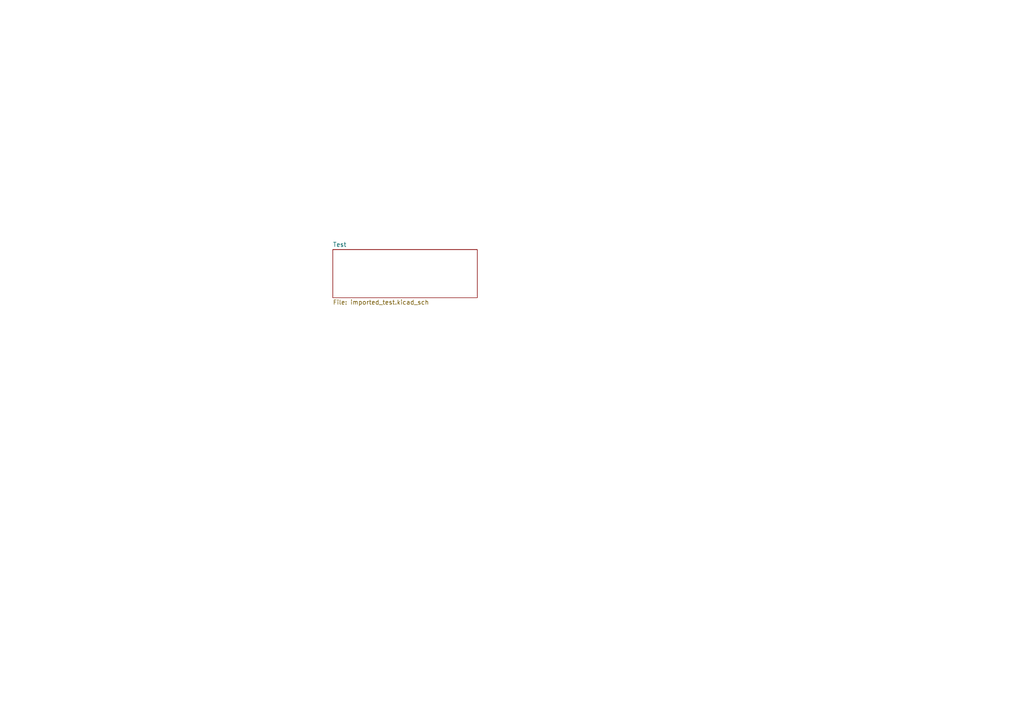
<source format=kicad_sch>
(kicad_sch (version 20230121) (generator eeschema)
  (paper "A4")
  (lib_symbols)
  (sheet (at 96.52 72.39) (size 41.91 13.97) (stroke (width 0.1524))
    (property "Sheetname" "Test" (at 96.52 71.6784 0) (effects (justify left bottom)))
    (property "Sheetfile" "imported_test.kicad_sch" (at 96.52 86.9446 0) (effects (justify left top)))
  )
)
</source>
